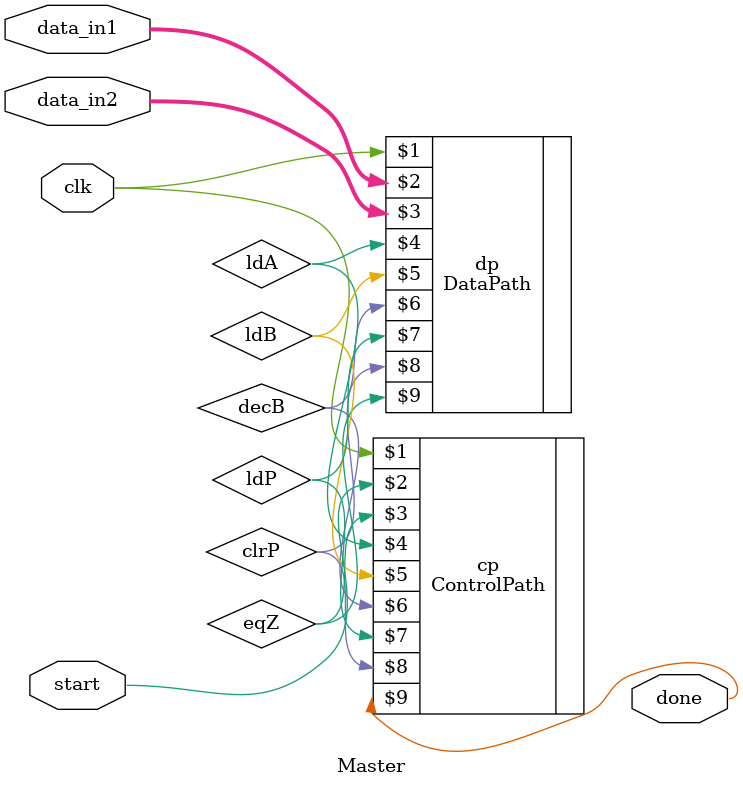
<source format=v>
`timescale 1ns / 1ps


module Master(clk, start, data_in1, data_in2, done);
    input [15:0] data_in1, data_in2;
    input start, clk;
  
    output done;
    
    wire ldA, ldB, clrP, ldP, eqZ, decB;
    
    DataPath dp(clk, data_in1, data_in2, ldA, ldB, decB, ldP, clrP, eqZ);
    ControlPath cp(clk, start, eqZ, ldA, ldB, decB, ldP, clrP, done);
    
endmodule

</source>
